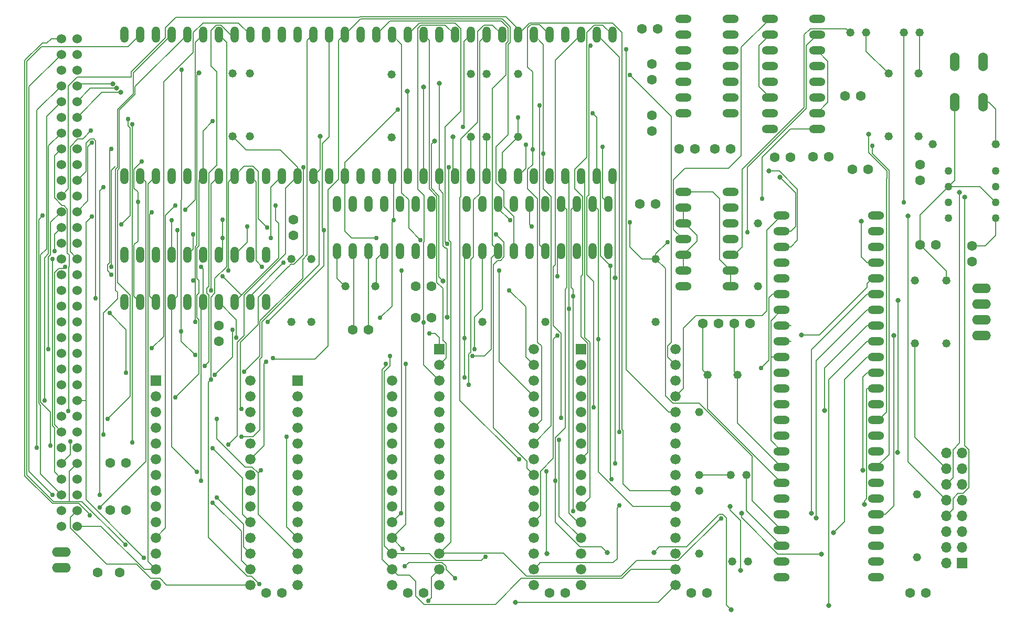
<source format=gbr>
G04 #@! TF.GenerationSoftware,KiCad,Pcbnew,(5.1.5-0-10_14)*
G04 #@! TF.CreationDate,2020-03-17T19:24:24+00:00*
G04 #@! TF.ProjectId,rosco_m68k,726f7363-6f5f-46d3-9638-6b2e6b696361,rev?*
G04 #@! TF.SameCoordinates,Original*
G04 #@! TF.FileFunction,Copper,L1,Top*
G04 #@! TF.FilePolarity,Positive*
%FSLAX46Y46*%
G04 Gerber Fmt 4.6, Leading zero omitted, Abs format (unit mm)*
G04 Created by KiCad (PCBNEW (5.1.5-0-10_14)) date 2020-03-17 19:24:24*
%MOMM*%
%LPD*%
G04 APERTURE LIST*
%ADD10O,1.700000X1.700000*%
%ADD11R,1.700000X1.700000*%
%ADD12C,1.600200*%
%ADD13C,1.320800*%
%ADD14O,2.641600X1.320800*%
%ADD15O,1.524000X3.048000*%
%ADD16O,1.320800X2.641600*%
%ADD17C,1.270000*%
%ADD18O,3.048000X1.524000*%
%ADD19C,1.524000*%
%ADD20C,1.676400*%
%ADD21R,1.676400X1.676400*%
%ADD22C,0.756400*%
%ADD23C,0.800000*%
%ADD24C,0.152400*%
G04 APERTURE END LIST*
D10*
X218360000Y-128620000D03*
X220900000Y-128620000D03*
X218360000Y-131160000D03*
X220900000Y-131160000D03*
X218360000Y-133700000D03*
X220900000Y-133700000D03*
X218360000Y-136240000D03*
X220900000Y-136240000D03*
X218360000Y-138780000D03*
X220900000Y-138780000D03*
X218360000Y-141320000D03*
X220900000Y-141320000D03*
X218360000Y-143860000D03*
X220900000Y-143860000D03*
X218360000Y-146400000D03*
D11*
X220900000Y-146400000D03*
D12*
X214122000Y-95021400D03*
X216662000Y-95021400D03*
D13*
X143510000Y-107500000D03*
X153670000Y-107500000D03*
X213296500Y-100761800D03*
X213296500Y-110921800D03*
X213600000Y-145480000D03*
X213600000Y-135320000D03*
D14*
X207020100Y-90283600D03*
X207020100Y-92823600D03*
X207020100Y-95363600D03*
X207020100Y-97903600D03*
X207020100Y-100443600D03*
X207020100Y-102983600D03*
X207020100Y-105523600D03*
X207020100Y-108063600D03*
X207020100Y-110603600D03*
X207020100Y-113143600D03*
X207020100Y-115683600D03*
X207020100Y-118223600D03*
X207020100Y-120763600D03*
X207020100Y-123303600D03*
X207020100Y-125843600D03*
X207020100Y-128383600D03*
X207020100Y-130923600D03*
X207020100Y-133463600D03*
X207020100Y-136003600D03*
X207020100Y-138543600D03*
X207020100Y-141083600D03*
X207020100Y-143623600D03*
X207020100Y-146163600D03*
X207020100Y-148703600D03*
X191780100Y-148703600D03*
X191780100Y-146163600D03*
X191780100Y-143623600D03*
X191780100Y-141083600D03*
X191780100Y-138543600D03*
X191780100Y-136003600D03*
X191780100Y-133463600D03*
X191780100Y-130923600D03*
X191780100Y-128383600D03*
X191780100Y-125843600D03*
X191780100Y-123303600D03*
X191780100Y-120763600D03*
X191780100Y-118223600D03*
X191780100Y-115683600D03*
X191780100Y-113143600D03*
X191780100Y-110603600D03*
X191780100Y-108063600D03*
X191780100Y-105523600D03*
X191780100Y-102983600D03*
X191780100Y-100443600D03*
X191780100Y-97903600D03*
X191780100Y-95363600D03*
X191780100Y-92823600D03*
X191780100Y-90283600D03*
D15*
X224260600Y-65498800D03*
X219739400Y-65498800D03*
X224260600Y-72001200D03*
X219739400Y-72001200D03*
D13*
X213830000Y-67360000D03*
X213830000Y-77520000D03*
D12*
X183525100Y-79488600D03*
X180985100Y-79488600D03*
X186700100Y-107746100D03*
X184160100Y-107746100D03*
X181620100Y-107746100D03*
X179080100Y-107746100D03*
X177810100Y-79488600D03*
X175270100Y-79488600D03*
X199352000Y-80822000D03*
X196812000Y-80822000D03*
X193177100Y-80885600D03*
X190637100Y-80885600D03*
X203162000Y-82854000D03*
X205702000Y-82854000D03*
X168920100Y-88378600D03*
X171460100Y-88378600D03*
X212530000Y-151200000D03*
X215070000Y-151200000D03*
X170825100Y-65836100D03*
X170825100Y-68376100D03*
X204520000Y-71000000D03*
X201980000Y-71000000D03*
X135265100Y-106793600D03*
X132725100Y-106793600D03*
X125105100Y-108698600D03*
X122565100Y-108698600D03*
X135265100Y-101713600D03*
X132725100Y-101713600D03*
X214084000Y-82092000D03*
X214084000Y-84632000D03*
X222478600Y-95186500D03*
X222478600Y-97726500D03*
X169237600Y-60121100D03*
X171777600Y-60121100D03*
X83500000Y-137900000D03*
X86040000Y-137900000D03*
X81470500Y-147929600D03*
X85026500Y-147929600D03*
X170825100Y-74091100D03*
X170825100Y-76631100D03*
X83500000Y-130250000D03*
X86040000Y-130250000D03*
X111135100Y-151243600D03*
X108595100Y-151243600D03*
X133995100Y-151243600D03*
X131455100Y-151243600D03*
X156855100Y-151243600D03*
X154315100Y-151243600D03*
X179715100Y-151243600D03*
X177175100Y-151243600D03*
D16*
X120025100Y-88378600D03*
X122565100Y-88378600D03*
X125105100Y-88378600D03*
X127645100Y-88378600D03*
X130185100Y-88378600D03*
X132725100Y-88378600D03*
X130185100Y-95998600D03*
X132725100Y-95998600D03*
X127645100Y-95998600D03*
X125105100Y-95998600D03*
X135265100Y-88378600D03*
X135265100Y-95998600D03*
X122565100Y-95998600D03*
X120025100Y-95998600D03*
D17*
X226276000Y-90728000D03*
X226276000Y-88188000D03*
X218656000Y-90728000D03*
X218656000Y-88188000D03*
X226276000Y-83108000D03*
X226276000Y-85648000D03*
X218656000Y-85648000D03*
X218656000Y-83108000D03*
D14*
X183525100Y-86473600D03*
X183525100Y-89013600D03*
X183525100Y-91553600D03*
X183525100Y-94093600D03*
X183525100Y-96633600D03*
X183525100Y-99173600D03*
X175905100Y-96633600D03*
X175905100Y-99173600D03*
X175905100Y-94093600D03*
X175905100Y-91553600D03*
X183525100Y-101713600D03*
X175905100Y-101713600D03*
X175905100Y-89013600D03*
X175905100Y-86473600D03*
D16*
X161935100Y-61073600D03*
X159395100Y-61073600D03*
X156855100Y-61073600D03*
X154315100Y-61073600D03*
X151775100Y-61073600D03*
X149235100Y-61073600D03*
X146695100Y-61073600D03*
X144155100Y-61073600D03*
X141615100Y-61073600D03*
X139075100Y-61073600D03*
X136535100Y-61073600D03*
X133995100Y-61073600D03*
X161935100Y-83933600D03*
X159395100Y-83933600D03*
X156855100Y-83933600D03*
X154315100Y-83933600D03*
X151775100Y-83933600D03*
X149235100Y-83933600D03*
X146695100Y-83933600D03*
X144155100Y-83933600D03*
X141615100Y-83933600D03*
X139075100Y-83933600D03*
X136535100Y-83933600D03*
X133995100Y-83933600D03*
X85735100Y-61073600D03*
X88275100Y-61073600D03*
X90815100Y-61073600D03*
X93355100Y-61073600D03*
X95895100Y-61073600D03*
X98435100Y-61073600D03*
X100975100Y-61073600D03*
X103515100Y-61073600D03*
X106055100Y-61073600D03*
X108595100Y-61073600D03*
X111135100Y-61073600D03*
X113675100Y-61073600D03*
X116215100Y-61073600D03*
X118755100Y-61073600D03*
X121295100Y-61073600D03*
X123835100Y-61073600D03*
X126375100Y-61073600D03*
X128915100Y-61073600D03*
X131455100Y-61073600D03*
X164475100Y-61073600D03*
X164475100Y-83933600D03*
X131455100Y-83933600D03*
X128915100Y-83933600D03*
X126375100Y-83933600D03*
X123835100Y-83933600D03*
X121295100Y-83933600D03*
X118755100Y-83933600D03*
X116215100Y-83933600D03*
X113675100Y-83933600D03*
X111135100Y-83933600D03*
X108595100Y-83933600D03*
X106055100Y-83933600D03*
X103515100Y-83933600D03*
X100975100Y-83933600D03*
X98435100Y-83933600D03*
X95895100Y-83933600D03*
X93355100Y-83933600D03*
X90815100Y-83933600D03*
X88275100Y-83933600D03*
X85735100Y-83933600D03*
X140980100Y-88378600D03*
X143520100Y-88378600D03*
X146060100Y-88378600D03*
X148600100Y-88378600D03*
X151140100Y-88378600D03*
X153680100Y-88378600D03*
X156220100Y-88378600D03*
X158760100Y-88378600D03*
X161300100Y-88378600D03*
X163840100Y-88378600D03*
X163840100Y-95998600D03*
X161300100Y-95998600D03*
X158760100Y-95998600D03*
X156220100Y-95998600D03*
X153680100Y-95998600D03*
X151140100Y-95998600D03*
X148600100Y-95998600D03*
X146060100Y-95998600D03*
X143520100Y-95998600D03*
X140980100Y-95998600D03*
D14*
X183525100Y-58533600D03*
X183525100Y-61073600D03*
X183525100Y-63613600D03*
X183525100Y-66153600D03*
X183525100Y-68693600D03*
X183525100Y-71233600D03*
X175905100Y-68693600D03*
X175905100Y-71233600D03*
X175905100Y-66153600D03*
X175905100Y-63613600D03*
X183525100Y-73773600D03*
X175905100Y-73773600D03*
X175905100Y-61073600D03*
X175905100Y-58533600D03*
X197495100Y-58533600D03*
X197495100Y-61073600D03*
X197495100Y-63613600D03*
X197495100Y-66153600D03*
X197495100Y-68693600D03*
X197495100Y-71233600D03*
X197495100Y-73773600D03*
X197495100Y-76313600D03*
X189875100Y-68693600D03*
X189875100Y-71233600D03*
X189875100Y-66153600D03*
X189875100Y-63613600D03*
X189875100Y-76313600D03*
X189875100Y-73773600D03*
X189875100Y-61073600D03*
X189875100Y-58533600D03*
D18*
X224040700Y-109664500D03*
X224040700Y-107124500D03*
X224040700Y-104584500D03*
X224040700Y-102044500D03*
X75600000Y-147170000D03*
X75600000Y-144630000D03*
D19*
X78115100Y-135368600D03*
X75575100Y-135368600D03*
X78115100Y-132828600D03*
X75575100Y-132828600D03*
X78115100Y-130288600D03*
X75575100Y-130288600D03*
X78115100Y-127748600D03*
X75575100Y-127748600D03*
X78115100Y-125208600D03*
X75575100Y-125208600D03*
X78115100Y-122668600D03*
X75575100Y-122668600D03*
X78115100Y-120128600D03*
X75575100Y-120128600D03*
X78115100Y-117588600D03*
X75575100Y-117588600D03*
X78115100Y-115048600D03*
X75575100Y-115048600D03*
X78115100Y-112508600D03*
X75575100Y-112508600D03*
X78115100Y-109968600D03*
X75575100Y-109968600D03*
X78115100Y-107428600D03*
X75575100Y-107428600D03*
X78115100Y-104888600D03*
X75575100Y-104888600D03*
X78115100Y-102348600D03*
X75575100Y-102348600D03*
X78115100Y-99808600D03*
X75575100Y-99808600D03*
X78115100Y-97268600D03*
X75575100Y-97268600D03*
X78115100Y-94728600D03*
X75575100Y-94728600D03*
X78115100Y-92188600D03*
X75575100Y-92188600D03*
X78115100Y-89648600D03*
X75575100Y-89648600D03*
X78115100Y-87108600D03*
X75575100Y-87108600D03*
X78115100Y-84568600D03*
X75575100Y-84568600D03*
X78115100Y-82028600D03*
X75575100Y-82028600D03*
X78115100Y-79488600D03*
X75575100Y-79488600D03*
X78115100Y-76948600D03*
X75575100Y-76948600D03*
X78115100Y-74408600D03*
X75575100Y-74408600D03*
X78115100Y-71868600D03*
X75575100Y-71868600D03*
X78115100Y-69328600D03*
X75575100Y-69328600D03*
X78115100Y-66788600D03*
X75575100Y-66788600D03*
X78115100Y-64248600D03*
X75575100Y-64248600D03*
X78115100Y-61708600D03*
X75575100Y-61708600D03*
X78115100Y-140448600D03*
X75575100Y-140448600D03*
X78115100Y-137908600D03*
X75575100Y-137908600D03*
D13*
X186065100Y-132193600D03*
X183525100Y-132193600D03*
X186382600Y-146163600D03*
X183842600Y-146163600D03*
X214005100Y-60692600D03*
X211465100Y-60692600D03*
X202892600Y-60692600D03*
X205432600Y-60692600D03*
X179842100Y-116001100D03*
X184668100Y-116001100D03*
X126248100Y-101713600D03*
X121422100Y-101713600D03*
X103238300Y-67348100D03*
X103238300Y-77508100D03*
X115897600Y-97268600D03*
X115897600Y-107428600D03*
X128841500Y-67462400D03*
X128841500Y-77622400D03*
X218363800Y-110921800D03*
X218363800Y-100761800D03*
X226276000Y-78790000D03*
X216116000Y-78790000D03*
X209000000Y-77520000D03*
X209000000Y-67360000D03*
X187970100Y-91553600D03*
X187970100Y-101713600D03*
X171460100Y-107428600D03*
X171460100Y-97268600D03*
X178445100Y-122033600D03*
X178445100Y-132193600D03*
X178445100Y-134733600D03*
X178445100Y-144893600D03*
X141615100Y-67423600D03*
X141615100Y-77583600D03*
X112722600Y-107428600D03*
X112722600Y-97268600D03*
X144155100Y-67423600D03*
X144155100Y-77583600D03*
X149235100Y-67423600D03*
X149235100Y-77583600D03*
X105981500Y-67348100D03*
X105981500Y-77508100D03*
D20*
X106055100Y-116953600D03*
X106055100Y-119493600D03*
X106055100Y-122033600D03*
X106055100Y-124573600D03*
X106055100Y-127113600D03*
X106055100Y-129653600D03*
X106055100Y-132193600D03*
X106055100Y-134733600D03*
X106055100Y-137273600D03*
X106055100Y-139813600D03*
X106055100Y-142353600D03*
X106055100Y-144893600D03*
X106055100Y-147433600D03*
X106055100Y-149973600D03*
X90815100Y-149973600D03*
X90815100Y-147433600D03*
X90815100Y-144893600D03*
X90815100Y-142353600D03*
X90815100Y-139813600D03*
X90815100Y-137273600D03*
X90815100Y-134733600D03*
X90815100Y-132193600D03*
X90815100Y-129653600D03*
X90815100Y-127113600D03*
X90815100Y-124573600D03*
X90815100Y-122033600D03*
X90815100Y-119493600D03*
D21*
X90815100Y-116953600D03*
D20*
X128915100Y-116953600D03*
X128915100Y-119493600D03*
X128915100Y-122033600D03*
X128915100Y-124573600D03*
X128915100Y-127113600D03*
X128915100Y-129653600D03*
X128915100Y-132193600D03*
X128915100Y-134733600D03*
X128915100Y-137273600D03*
X128915100Y-139813600D03*
X128915100Y-142353600D03*
X128915100Y-144893600D03*
X128915100Y-147433600D03*
X128915100Y-149973600D03*
X113675100Y-149973600D03*
X113675100Y-147433600D03*
X113675100Y-144893600D03*
X113675100Y-142353600D03*
X113675100Y-139813600D03*
X113675100Y-137273600D03*
X113675100Y-134733600D03*
X113675100Y-132193600D03*
X113675100Y-129653600D03*
X113675100Y-127113600D03*
X113675100Y-124573600D03*
X113675100Y-122033600D03*
X113675100Y-119493600D03*
D21*
X113675100Y-116953600D03*
D20*
X151775100Y-111873600D03*
X151775100Y-114413600D03*
X151775100Y-116953600D03*
X151775100Y-119493600D03*
X151775100Y-122033600D03*
X151775100Y-124573600D03*
X151775100Y-127113600D03*
X151775100Y-129653600D03*
X151775100Y-132193600D03*
X151775100Y-134733600D03*
X151775100Y-137273600D03*
X151775100Y-139813600D03*
X151775100Y-142353600D03*
X151775100Y-144893600D03*
X151775100Y-147433600D03*
X151775100Y-149973600D03*
X136535100Y-149973600D03*
X136535100Y-147433600D03*
X136535100Y-144893600D03*
X136535100Y-142353600D03*
X136535100Y-139813600D03*
X136535100Y-137273600D03*
X136535100Y-134733600D03*
X136535100Y-132193600D03*
X136535100Y-129653600D03*
X136535100Y-127113600D03*
X136535100Y-124573600D03*
X136535100Y-122033600D03*
X136535100Y-119493600D03*
X136535100Y-116953600D03*
X136535100Y-114413600D03*
D21*
X136535100Y-111873600D03*
D20*
X174635100Y-111873600D03*
X174635100Y-114413600D03*
X174635100Y-116953600D03*
X174635100Y-119493600D03*
X174635100Y-122033600D03*
X174635100Y-124573600D03*
X174635100Y-127113600D03*
X174635100Y-129653600D03*
X174635100Y-132193600D03*
X174635100Y-134733600D03*
X174635100Y-137273600D03*
X174635100Y-139813600D03*
X174635100Y-142353600D03*
X174635100Y-144893600D03*
X174635100Y-147433600D03*
X174635100Y-149973600D03*
X159395100Y-149973600D03*
X159395100Y-147433600D03*
X159395100Y-144893600D03*
X159395100Y-142353600D03*
X159395100Y-139813600D03*
X159395100Y-137273600D03*
X159395100Y-134733600D03*
X159395100Y-132193600D03*
X159395100Y-129653600D03*
X159395100Y-127113600D03*
X159395100Y-124573600D03*
X159395100Y-122033600D03*
X159395100Y-119493600D03*
X159395100Y-116953600D03*
X159395100Y-114413600D03*
D21*
X159395100Y-111873600D03*
D16*
X85735100Y-96633600D03*
X88275100Y-96633600D03*
X90815100Y-96633600D03*
X93355100Y-96633600D03*
X95895100Y-96633600D03*
X98435100Y-96633600D03*
X100975100Y-96633600D03*
X103515100Y-96633600D03*
X106055100Y-96633600D03*
X108595100Y-96633600D03*
X108595100Y-104253600D03*
X106055100Y-104253600D03*
X103515100Y-104253600D03*
X100975100Y-104253600D03*
X98435100Y-104253600D03*
X95895100Y-104253600D03*
X93355100Y-104253600D03*
X90815100Y-104253600D03*
X88275100Y-104253600D03*
X85735100Y-104253600D03*
D12*
X100975100Y-108063600D03*
X100975100Y-110603600D03*
X113040100Y-93458600D03*
X113040100Y-90918600D03*
D22*
X206385100Y-79012350D03*
X80352900Y-76581000D03*
X85258850Y-91712350D03*
X86370100Y-74726100D03*
X149235100Y-74408600D03*
X101610100Y-90918600D03*
X74146350Y-97268600D03*
X101610100Y-93934850D03*
X102562600Y-127272350D03*
X77003850Y-126796100D03*
X104626350Y-126002350D03*
D23*
X117335300Y-77495400D03*
D22*
X173365100Y-94569850D03*
X129232600Y-91077350D03*
X167332600Y-91394850D03*
X127010100Y-106793600D03*
X104626350Y-121557350D03*
X114627600Y-82504850D03*
D23*
X138772900Y-77584300D03*
D22*
X126375100Y-93934850D03*
X129867600Y-73138600D03*
X102562600Y-99173600D03*
X108753850Y-92188600D03*
X99705100Y-102348600D03*
X155585100Y-100126000D03*
X188605100Y-87584850D03*
X93990100Y-119652350D03*
X162887600Y-79171100D03*
X100022600Y-75043600D03*
X109388850Y-93934850D03*
X76210100Y-98538600D03*
X90180100Y-89807350D03*
X150505100Y-78853600D03*
X80496350Y-78536100D03*
X87957600Y-88061100D03*
X88592600Y-81552350D03*
X81131350Y-103618600D03*
X97482600Y-131717350D03*
X94307600Y-92664850D03*
D23*
X221335600Y-87299800D03*
D22*
X98117600Y-133146100D03*
X155267600Y-133146100D03*
X83671350Y-98538600D03*
X98117600Y-98538600D03*
D23*
X163626800Y-144729200D03*
X171157900Y-144716500D03*
X183629300Y-153930300D03*
D22*
X158125100Y-138067350D03*
X158125100Y-103301100D03*
D23*
X185318400Y-138341100D03*
X198196200Y-144932400D03*
D22*
X103832600Y-109968600D03*
X162252600Y-110286100D03*
D23*
X183464200Y-137299700D03*
X185115200Y-147574000D03*
D22*
X110182600Y-88696100D03*
X151457600Y-92029850D03*
X83671350Y-79488600D03*
X83671350Y-99808600D03*
X101610100Y-100126100D03*
D23*
X212153500Y-90398600D03*
X220484700Y-86575900D03*
X209880200Y-109677200D03*
D22*
X211518500Y-88176100D03*
D23*
X205854300Y-77152500D03*
D22*
X100657600Y-135844850D03*
D23*
X197345300Y-139115800D03*
D22*
X85893850Y-143464850D03*
D23*
X196570600Y-138404600D03*
D22*
X155585100Y-109651100D03*
X100022600Y-127907350D03*
D23*
X194983100Y-109588300D03*
D22*
X82401350Y-125684850D03*
X111928850Y-126002350D03*
X155902600Y-126478600D03*
X83036350Y-123144850D03*
X100657600Y-123144850D03*
X153838850Y-131558600D03*
X107801350Y-131399850D03*
D23*
X153936700Y-144894300D03*
D22*
X95577600Y-89331100D03*
X80496350Y-90442350D03*
X88910100Y-145528600D03*
X139075100Y-148862350D03*
X130978850Y-146957350D03*
X99705100Y-116794850D03*
X107483850Y-149814850D03*
D23*
X148805900Y-152768300D03*
D22*
X98752600Y-114572350D03*
X127962600Y-114254850D03*
X143996350Y-145369850D03*
X90180100Y-111714850D03*
X128597600Y-112984850D03*
X130661350Y-144099850D03*
X94942600Y-109016100D03*
X131137600Y-114254850D03*
X97165100Y-112826100D03*
X94983300Y-66713100D03*
X130343850Y-138384850D03*
X97165100Y-107428600D03*
X130502600Y-99173600D03*
X96847600Y-100761100D03*
D23*
X97793700Y-67221100D03*
D22*
X93990100Y-88696100D03*
D23*
X205105000Y-136949810D03*
D22*
X138122600Y-82504850D03*
D23*
X204842090Y-131419678D03*
D22*
X182016400Y-139179300D03*
X134788850Y-152513600D03*
D23*
X200114000Y-141528000D03*
D22*
X81766350Y-137432350D03*
D23*
X199390000Y-153301700D03*
D22*
X82401350Y-85679850D03*
X81766350Y-135368600D03*
X100022600Y-136638600D03*
X165633400Y-137121900D03*
D23*
X198723400Y-121805700D03*
D22*
X87005100Y-75519850D03*
X87005100Y-126954850D03*
X165586350Y-125208600D03*
X72876350Y-120128600D03*
X156220100Y-122986100D03*
X76686350Y-121874850D03*
X160982600Y-62819850D03*
X161458850Y-121239850D03*
X151616350Y-79647350D03*
X153362600Y-80282350D03*
X73511350Y-111873600D03*
X108595100Y-113937350D03*
X149393850Y-129653600D03*
X74463850Y-95998600D03*
X141297600Y-117588600D03*
X166697600Y-63454850D03*
X140345100Y-75996100D03*
X133995100Y-107587350D03*
X147806350Y-102348600D03*
X167332600Y-67582350D03*
X83353850Y-105999850D03*
X86052600Y-115683600D03*
X164157600Y-98379850D03*
X161300100Y-73773600D03*
X164316350Y-132828600D03*
X74146350Y-135368600D03*
D23*
X189700000Y-83108000D03*
D22*
X157490100Y-105364850D03*
X80178850Y-138702350D03*
D23*
X191478000Y-84124000D03*
D22*
X152727600Y-72503600D03*
X105102600Y-115524850D03*
X117961350Y-92664850D03*
X100340100Y-116001100D03*
X103197600Y-108698600D03*
X108912600Y-107428600D03*
X109706350Y-113302350D03*
X141932600Y-112984850D03*
X133518850Y-94252350D03*
X134947600Y-109333600D03*
X142240000Y-111841850D03*
X140662600Y-116477350D03*
X137805100Y-94887350D03*
X140662600Y-110127350D03*
X73828850Y-127431100D03*
X188446350Y-114889850D03*
X71606350Y-127748600D03*
X164951350Y-130288600D03*
D23*
X164957750Y-100380000D03*
D22*
X93355100Y-91077350D03*
X72558850Y-90283600D03*
X146218850Y-99173600D03*
X107960100Y-98538600D03*
X105578850Y-92029850D03*
X147965100Y-91077350D03*
D23*
X204597000Y-91198700D03*
D22*
X186223850Y-92982350D03*
X111452600Y-97903600D03*
X96847600Y-93299850D03*
X145742600Y-93299850D03*
D23*
X137811500Y-106680000D03*
X136525000Y-68948300D03*
X83896200Y-68986400D03*
X134010400Y-69576900D03*
X84488052Y-69732577D03*
X131432300Y-70205500D03*
X85161503Y-70406026D03*
X135813800Y-78225000D03*
X137182900Y-100863400D03*
X210515200Y-103955900D03*
X210508800Y-128587500D03*
D24*
X141615100Y-77583600D02*
X141615100Y-83933600D01*
X209083850Y-128859850D02*
X207020100Y-130923600D01*
X209083850Y-82981100D02*
X209083850Y-128859850D01*
X206385100Y-80282350D02*
X209083850Y-82981100D01*
X206385100Y-79012350D02*
X206385100Y-80282350D01*
X77003850Y-96157350D02*
X78115100Y-97268600D01*
X77003850Y-79171100D02*
X77003850Y-96157350D01*
X78235750Y-77939200D02*
X77003850Y-79171100D01*
X79029500Y-77939200D02*
X78235750Y-77939200D01*
X80352900Y-76581000D02*
X79029500Y-77939200D01*
X144155100Y-83933600D02*
X144155100Y-77583600D01*
X86687600Y-90283600D02*
X85258850Y-91712350D01*
X86687600Y-76154850D02*
X86687600Y-90283600D01*
X86370100Y-75837350D02*
X86687600Y-76154850D01*
X86370100Y-74726100D02*
X86370100Y-75837350D01*
X149235100Y-77583600D02*
X149235100Y-74408600D01*
X146695100Y-83933600D02*
X146695100Y-80123600D01*
X146695100Y-80123600D02*
X149235100Y-77583600D01*
X101610100Y-95998600D02*
X100975100Y-96633600D01*
X101610100Y-90918600D02*
X101610100Y-93934850D01*
X101610100Y-93934850D02*
X101610100Y-95998600D01*
X74463850Y-131717350D02*
X75575100Y-132828600D01*
X74463850Y-124573600D02*
X74463850Y-131717350D01*
X74146350Y-124256100D02*
X74463850Y-124573600D01*
X74146350Y-97268600D02*
X74146350Y-124256100D01*
X103991350Y-125843600D02*
X102562600Y-127272350D01*
X103991350Y-110762350D02*
X103991350Y-125843600D01*
X105102600Y-109651100D02*
X103991350Y-110762350D01*
X105102600Y-103142350D02*
X105102600Y-109651100D01*
X111770100Y-96474850D02*
X105102600Y-103142350D01*
X111770100Y-85838600D02*
X111770100Y-96474850D01*
X113675100Y-83933600D02*
X111770100Y-85838600D01*
X113675100Y-83933600D02*
X113675100Y-83273200D01*
X113675100Y-82460400D02*
X110869100Y-79654400D01*
X113675100Y-83933600D02*
X113675100Y-82460400D01*
X105384600Y-79654400D02*
X103238300Y-77508100D01*
X110869100Y-79654400D02*
X105384600Y-79654400D01*
X77003850Y-128859850D02*
X75575100Y-130288600D01*
X77003850Y-126796100D02*
X77003850Y-128859850D01*
X117167600Y-84886100D02*
X116215100Y-83933600D01*
X107960100Y-107428600D02*
X117167600Y-98221100D01*
X117167600Y-98221100D02*
X117167600Y-84886100D01*
X107960100Y-113143600D02*
X107642600Y-113461100D01*
X107960100Y-113143600D02*
X107960100Y-107428600D01*
X107642600Y-113461100D02*
X107642600Y-124891100D01*
X107642600Y-124891100D02*
X106486900Y-126046800D01*
X104670800Y-126046800D02*
X104626350Y-126002350D01*
X106486900Y-126046800D02*
X104670800Y-126046800D01*
X117342350Y-77742350D02*
X117373400Y-77711300D01*
X117326350Y-77742350D02*
X117342350Y-77742350D01*
X117335300Y-82813400D02*
X117335300Y-77495400D01*
X116215100Y-83933600D02*
X117335300Y-82813400D01*
X187017600Y-136321100D02*
X191780100Y-141083600D01*
X187017600Y-129132157D02*
X187017600Y-136321100D01*
X171460100Y-96474850D02*
X173365100Y-94569850D01*
X171460100Y-97268600D02*
X171460100Y-96474850D01*
X129232600Y-84251100D02*
X128915100Y-83933600D01*
X129232600Y-91077350D02*
X129232600Y-84251100D01*
X185271350Y-63137350D02*
X189875100Y-58533600D01*
X128915100Y-104888600D02*
X127010100Y-106793600D01*
X128915100Y-91394850D02*
X128915100Y-104888600D01*
X129232600Y-91077350D02*
X128915100Y-91394850D01*
X173060300Y-98868800D02*
X173060300Y-119427488D01*
X173060300Y-119427488D02*
X174193212Y-120560400D01*
X174193212Y-120560400D02*
X178445843Y-120560400D01*
X178445843Y-120560400D02*
X187017600Y-129132157D01*
X171460100Y-97268600D02*
X173060300Y-98868800D01*
X171460100Y-97268600D02*
X169237600Y-97268600D01*
X169237600Y-97268600D02*
X167332600Y-95363600D01*
X167332600Y-95363600D02*
X167332600Y-91394850D01*
X174355700Y-92544200D02*
X174355700Y-84530500D01*
X175905100Y-94093600D02*
X174355700Y-92544200D01*
X174355700Y-84530500D02*
X176222600Y-82663600D01*
X176222600Y-82663600D02*
X183207600Y-82663600D01*
X183207600Y-82663600D02*
X185271350Y-80599850D01*
X185271350Y-80599850D02*
X185271350Y-63137350D01*
X138757600Y-77583600D02*
X138757600Y-83616100D01*
X138757600Y-83616100D02*
X139075100Y-83933600D01*
X104467600Y-121398600D02*
X104626350Y-121557350D01*
X104467600Y-110762350D02*
X104467600Y-121398600D01*
X107325100Y-107904850D02*
X104467600Y-110762350D01*
X107325100Y-103459850D02*
X107325100Y-107904850D01*
X112246350Y-98538600D02*
X112166975Y-98617975D01*
X112166975Y-98617975D02*
X107325100Y-103459850D01*
X114627600Y-82504850D02*
X114627600Y-93458600D01*
X114627600Y-93458600D02*
X114627600Y-93617350D01*
X113090837Y-98157600D02*
X112627350Y-98157600D01*
X112627350Y-98157600D02*
X112246350Y-98538600D01*
X114627600Y-93617350D02*
X114627600Y-96620838D01*
X114627600Y-96620838D02*
X113090837Y-98157600D01*
X138772200Y-77583600D02*
X138772900Y-77584300D01*
X138757600Y-77583600D02*
X138772200Y-77583600D01*
X121295100Y-92823600D02*
X121295100Y-83933600D01*
X121295100Y-81711100D02*
X129867600Y-73138600D01*
X121295100Y-83933600D02*
X121295100Y-81711100D01*
X126375100Y-93934850D02*
X122406350Y-93934850D01*
X122406350Y-93934850D02*
X121295100Y-92823600D01*
X102562600Y-84886100D02*
X103515100Y-83933600D01*
X102562600Y-99173600D02*
X102562600Y-84886100D01*
X107325100Y-90759850D02*
X108753850Y-92188600D01*
X107325100Y-83139850D02*
X107325100Y-90759850D01*
X107325100Y-83139850D02*
X106531350Y-82346100D01*
X106531350Y-82346100D02*
X105102600Y-82346100D01*
X105102600Y-82346100D02*
X103515100Y-83933600D01*
X99705100Y-85203600D02*
X100975100Y-83933600D01*
X99705100Y-102348600D02*
X99705100Y-85203600D01*
X155585100Y-100126000D02*
X155585100Y-96633600D01*
X155585100Y-96633600D02*
X156220100Y-95998600D01*
X97800100Y-84568600D02*
X98435100Y-83933600D01*
X97800100Y-95204850D02*
X97800100Y-84568600D01*
X97482600Y-95522350D02*
X97800100Y-95204850D01*
X97482600Y-100443600D02*
X97482600Y-95522350D01*
X97800100Y-100761100D02*
X97482600Y-100443600D01*
X97800100Y-102824850D02*
X97800100Y-100761100D01*
X97482600Y-103142350D02*
X97800100Y-102824850D01*
X97482600Y-106793600D02*
X97482600Y-103142350D01*
X97800100Y-107111100D02*
X97482600Y-106793600D01*
X97800100Y-115842350D02*
X97800100Y-107111100D01*
X93990100Y-119652350D02*
X97800100Y-115842350D01*
X162887600Y-87426100D02*
X163840100Y-88378600D01*
X162887600Y-79171100D02*
X162887600Y-87426100D01*
X98435100Y-76631100D02*
X100022600Y-75043600D01*
X98435100Y-83933600D02*
X98435100Y-76631100D01*
X193192400Y-76313600D02*
X197495100Y-76313600D01*
X188605100Y-80900900D02*
X193192400Y-76313600D01*
X188605100Y-87584850D02*
X188605100Y-80900900D01*
X109388850Y-85679850D02*
X111135100Y-83933600D01*
X109388850Y-93934850D02*
X109388850Y-85679850D01*
X74463850Y-124097350D02*
X75575100Y-125208600D01*
X76210100Y-98538600D02*
X75930700Y-98818000D01*
X75930700Y-98818000D02*
X75164775Y-98818000D01*
X75164775Y-98818000D02*
X74463850Y-99518925D01*
X74463850Y-99518925D02*
X74463850Y-124097350D01*
X89862600Y-103301100D02*
X90815100Y-104253600D01*
X89862600Y-90124850D02*
X89862600Y-103301100D01*
X90180100Y-89807350D02*
X89862600Y-90124850D01*
X150505100Y-82663600D02*
X149235100Y-83933600D01*
X150505100Y-78853600D02*
X150505100Y-82663600D01*
X79861350Y-79171100D02*
X80496350Y-78536100D01*
X79861350Y-87902350D02*
X79861350Y-79171100D01*
X78115100Y-89648600D02*
X79861350Y-87902350D01*
X88275100Y-104253600D02*
X87322600Y-103301100D01*
X88592600Y-81552350D02*
X87322600Y-82822350D01*
X87322600Y-103301100D02*
X87322600Y-95046100D01*
X87322600Y-95046100D02*
X87957600Y-94411100D01*
X87957600Y-94411100D02*
X87957600Y-88061100D01*
X87322600Y-82822350D02*
X87322600Y-85838600D01*
X87322600Y-85838600D02*
X87957600Y-86473600D01*
X87957600Y-86473600D02*
X87957600Y-88061100D01*
X81131350Y-78218600D02*
X81131350Y-103618600D01*
X80813850Y-77901100D02*
X81131350Y-78218600D01*
X80245000Y-77929300D02*
X80785650Y-77929300D01*
X80785650Y-77929300D02*
X80813850Y-77901100D01*
X79556550Y-83127150D02*
X79556550Y-78617750D01*
X79556550Y-78617750D02*
X80245000Y-77929300D01*
X78115100Y-84568600D02*
X79556550Y-83127150D01*
X93355100Y-127589850D02*
X93355100Y-104253600D01*
X97482600Y-131717350D02*
X93355100Y-127589850D01*
X94307600Y-103301100D02*
X94307600Y-92664850D01*
X93355100Y-104253600D02*
X94307600Y-103301100D01*
X219209999Y-137930001D02*
X218360000Y-138780000D01*
X219438601Y-137701399D02*
X219209999Y-137930001D01*
X219438601Y-135970899D02*
X219438601Y-137701399D01*
X220248101Y-135161399D02*
X219438601Y-135970899D01*
X221034931Y-135161399D02*
X220248101Y-135161399D01*
X221978601Y-134217729D02*
X221034931Y-135161399D01*
X221978601Y-128102271D02*
X221978601Y-134217729D01*
X221335600Y-127459270D02*
X221978601Y-128102271D01*
X221335600Y-87299800D02*
X221335600Y-127459270D01*
X98117600Y-104571100D02*
X98435100Y-104253600D01*
X98117600Y-133146100D02*
X98117600Y-104571100D01*
X157172600Y-89331100D02*
X156220100Y-88378600D01*
X157172600Y-101872350D02*
X157172600Y-89331100D01*
X156855100Y-102189850D02*
X157172600Y-101872350D01*
X156855100Y-124573600D02*
X156855100Y-102189850D01*
X155267600Y-126161100D02*
X156855100Y-124573600D01*
X155267600Y-133146100D02*
X155267600Y-126161100D01*
X83671350Y-82981100D02*
X84306350Y-82346100D01*
X83671350Y-98538600D02*
X83671350Y-82981100D01*
X98435100Y-98856100D02*
X98117600Y-98538600D01*
X98435100Y-104253600D02*
X98435100Y-98856100D01*
X159289433Y-143826799D02*
X162724399Y-143826799D01*
X155267600Y-139804966D02*
X159289433Y-143826799D01*
X162724399Y-143826799D02*
X163626800Y-144729200D01*
X155267600Y-133146100D02*
X155267600Y-139804966D01*
X181725135Y-138572499D02*
X182307665Y-138572499D01*
X172047601Y-143826799D02*
X176470835Y-143826799D01*
X182307665Y-138572499D02*
X182905400Y-139170234D01*
X176470835Y-143826799D02*
X181725135Y-138572499D01*
X171157900Y-144716500D02*
X172047601Y-143826799D01*
X182905400Y-139170234D02*
X182905400Y-149288500D01*
X182905400Y-153206400D02*
X183629300Y-153930300D01*
X182905400Y-149288500D02*
X182905400Y-153206400D01*
X157807600Y-89331100D02*
X158760100Y-88378600D01*
X157807600Y-101872350D02*
X157807600Y-89331100D01*
X158125100Y-102189850D02*
X157807600Y-101872350D01*
X158125100Y-138067350D02*
X158125100Y-103301100D01*
X158125100Y-103301100D02*
X158125100Y-102189850D01*
X191171251Y-144932400D02*
X198196200Y-144932400D01*
X185318400Y-139079549D02*
X191171251Y-144932400D01*
X185318400Y-138341100D02*
X185318400Y-139079549D01*
X162252600Y-89331100D02*
X161300100Y-88378600D01*
X162252600Y-131717350D02*
X162252600Y-110286100D01*
X162252600Y-110286100D02*
X162252600Y-89331100D01*
X167808850Y-137273600D02*
X162252600Y-131717350D01*
X174635100Y-137273600D02*
X167808850Y-137273600D01*
X103832600Y-107111100D02*
X100975100Y-104253600D01*
X103832600Y-109968600D02*
X103832600Y-107111100D01*
X185115200Y-147574000D02*
X185115200Y-139516385D01*
X183464200Y-137865385D02*
X183464200Y-137299700D01*
X185115200Y-139516385D02*
X183464200Y-137865385D01*
X110658850Y-97109850D02*
X104626350Y-103142350D01*
X104626350Y-103142350D02*
X103515100Y-104253600D01*
X110658850Y-91553600D02*
X110658850Y-97109850D01*
X110182600Y-91077350D02*
X110658850Y-91553600D01*
X110182600Y-88696100D02*
X110182600Y-91077350D01*
X151140100Y-91712350D02*
X151457600Y-92029850D01*
X151140100Y-88378600D02*
X151140100Y-91712350D01*
X83353850Y-79806100D02*
X83671350Y-79488600D01*
X83353850Y-97903600D02*
X83353850Y-79806100D01*
X83036350Y-98221100D02*
X83353850Y-97903600D01*
X83036350Y-99173600D02*
X83036350Y-98221100D01*
X83671350Y-99808600D02*
X83036350Y-99173600D01*
X104626350Y-103142350D02*
X101610100Y-100126100D01*
X217281399Y-135161399D02*
X217266899Y-135161399D01*
X218360000Y-136240000D02*
X217281399Y-135161399D01*
X212153500Y-130048000D02*
X212153500Y-90398600D01*
X217266899Y-135161399D02*
X212153500Y-130048000D01*
X219438601Y-132621399D02*
X219209999Y-132850001D01*
X219209999Y-132850001D02*
X218360000Y-133700000D01*
X219438601Y-128102271D02*
X219438601Y-132621399D01*
X220484700Y-127056172D02*
X219438601Y-128102271D01*
X220484700Y-86575900D02*
X220484700Y-127056172D01*
X208493300Y-138543600D02*
X207020100Y-138543600D01*
X209880200Y-137156700D02*
X208493300Y-138543600D01*
X209880200Y-109677200D02*
X209880200Y-137156700D01*
X186065100Y-137908600D02*
X191780100Y-143623600D01*
X186065100Y-132193600D02*
X186065100Y-137908600D01*
X191780100Y-133463600D02*
X179842100Y-121525600D01*
X179080100Y-107746100D02*
X179080100Y-115239100D01*
X179080100Y-115239100D02*
X179842100Y-116001100D01*
X179842100Y-121525600D02*
X179842100Y-116001100D01*
X184160100Y-107746100D02*
X184160100Y-115493100D01*
X184160100Y-115493100D02*
X184668100Y-116001100D01*
X184668100Y-123811600D02*
X184668100Y-116001100D01*
X191780100Y-130923600D02*
X184668100Y-123811600D01*
X191780100Y-128383600D02*
X190033850Y-126637350D01*
X190033850Y-107269850D02*
X191780100Y-105523600D01*
X190033850Y-126637350D02*
X190033850Y-113143600D01*
X190033850Y-113143600D02*
X190033850Y-107269850D01*
X191780100Y-113143600D02*
X190033850Y-113143600D01*
X183525100Y-132193600D02*
X178445100Y-132193600D01*
X199241350Y-72027350D02*
X197495100Y-73773600D01*
X199241350Y-65359850D02*
X199241350Y-72027350D01*
X197495100Y-63613600D02*
X199241350Y-65359850D01*
X188128850Y-69487350D02*
X189875100Y-71233600D01*
X188128850Y-62819850D02*
X188128850Y-69487350D01*
X189875100Y-61073600D02*
X188128850Y-62819850D01*
X120025100Y-100443600D02*
X121295100Y-101713600D01*
X120025100Y-95998600D02*
X120025100Y-100443600D01*
X121295100Y-101713600D02*
X121422100Y-101713600D01*
X126375100Y-97268600D02*
X127645100Y-95998600D01*
X126375100Y-101713600D02*
X126375100Y-97268600D01*
X126375100Y-101713600D02*
X126248100Y-101713600D01*
X125105100Y-108698600D02*
X125105100Y-95998600D01*
X122723850Y-96157350D02*
X122565100Y-95998600D01*
X122723850Y-108539850D02*
X122723850Y-96157350D01*
X122565100Y-108698600D02*
X122723850Y-108539850D01*
X226276000Y-90728000D02*
X226276000Y-93510000D01*
X224599500Y-95186500D02*
X222478600Y-95186500D01*
X226276000Y-93510000D02*
X224599500Y-95186500D01*
X223736000Y-85648000D02*
X226276000Y-88188000D01*
X218656000Y-85648000D02*
X223736000Y-85648000D01*
X219739400Y-84564600D02*
X218656000Y-85648000D01*
X219739400Y-81931700D02*
X219739400Y-84564600D01*
X219739400Y-72001200D02*
X219739400Y-81931700D01*
X219739400Y-81931700D02*
X219739400Y-82071400D01*
X218363800Y-99263200D02*
X218363800Y-100761800D01*
X214122000Y-95021400D02*
X218363800Y-99263200D01*
X214122000Y-90182000D02*
X218656000Y-85648000D01*
X214122000Y-95021400D02*
X214122000Y-90182000D01*
X175905100Y-96633600D02*
X175905100Y-99173600D01*
X175905100Y-89013600D02*
X175905100Y-91553600D01*
X175905100Y-91553600D02*
X176222600Y-91553600D01*
X176222600Y-91553600D02*
X178127600Y-93458600D01*
X178127600Y-93458600D02*
X178127600Y-94411100D01*
X178127600Y-94411100D02*
X175905100Y-96633600D01*
X211465100Y-87108600D02*
X211465100Y-60692600D01*
X211518500Y-88176100D02*
X211465100Y-87108600D01*
X202730800Y-60692600D02*
X202892600Y-60692600D01*
X195431350Y-61073600D02*
X196383850Y-60121100D01*
X202159300Y-60121100D02*
X202730800Y-60692600D01*
X195431350Y-72821100D02*
X195431350Y-61073600D01*
X196383850Y-60121100D02*
X202159300Y-60121100D01*
X185430100Y-82822350D02*
X195431350Y-72821100D01*
X185430100Y-95363600D02*
X185430100Y-82822350D01*
X184160100Y-96633600D02*
X185430100Y-95363600D01*
X183525100Y-96633600D02*
X184160100Y-96633600D01*
X226276000Y-77856054D02*
X226276000Y-78790000D01*
X226276000Y-73102200D02*
X226276000Y-77856054D01*
X225175000Y-72001200D02*
X226276000Y-73102200D01*
X224260600Y-72001200D02*
X225175000Y-72001200D01*
X214005100Y-67184900D02*
X213830000Y-67360000D01*
X214005100Y-60692600D02*
X214005100Y-67184900D01*
X205432600Y-63792600D02*
X205432600Y-60692600D01*
X209000000Y-67360000D02*
X205432600Y-63792600D01*
X207020100Y-123303600D02*
X207429800Y-123303600D01*
X207429800Y-123303600D02*
X208711800Y-122021600D01*
X208711800Y-84295120D02*
X208737200Y-84269720D01*
X208737200Y-84269720D02*
X208737200Y-83065516D01*
X208711800Y-122021600D02*
X208711800Y-84295120D01*
X205778299Y-80106615D02*
X205778299Y-77228501D01*
X205778299Y-77228501D02*
X205854300Y-77152500D01*
X208737200Y-83065516D02*
X205778299Y-80106615D01*
X193253300Y-110603600D02*
X191780100Y-110603600D01*
X193253300Y-108063600D02*
X191780100Y-108063600D01*
X104943850Y-140131100D02*
X100657600Y-135844850D01*
X104943850Y-143782350D02*
X104943850Y-140131100D01*
X106055100Y-144893600D02*
X104943850Y-143782350D01*
X205546900Y-105523600D02*
X207020100Y-105523600D01*
X197345300Y-113725200D02*
X205546900Y-105523600D01*
X197345300Y-139115800D02*
X197345300Y-113725200D01*
X86370100Y-62978600D02*
X88275100Y-61073600D01*
X74305100Y-136479850D02*
X70018850Y-132193600D01*
X78908850Y-136479850D02*
X76845100Y-136479850D01*
X76845100Y-136479850D02*
X74305100Y-136479850D01*
X70018850Y-132193600D02*
X70018850Y-65359850D01*
X70018850Y-65359850D02*
X72400100Y-62978600D01*
X72400100Y-62978600D02*
X86370100Y-62978600D01*
X78908850Y-136479850D02*
X85893850Y-143464850D01*
X78115100Y-130288600D02*
X76845100Y-131558600D01*
X76845100Y-131558600D02*
X76845100Y-136479850D01*
X205546900Y-102983600D02*
X207020100Y-102983600D01*
X196570600Y-111959900D02*
X205546900Y-102983600D01*
X196570600Y-138404600D02*
X196570600Y-111959900D01*
X154950100Y-110286100D02*
X155585100Y-109651100D01*
X154950100Y-129494850D02*
X154950100Y-110286100D01*
X152886350Y-131558600D02*
X154950100Y-129494850D01*
X152886350Y-138702350D02*
X152886350Y-131558600D01*
X151775100Y-139813600D02*
X152886350Y-138702350D01*
X104785100Y-132669850D02*
X100022600Y-127907350D01*
X104785100Y-138543600D02*
X104785100Y-132669850D01*
X106055100Y-139813600D02*
X104785100Y-138543600D01*
X206359700Y-100443600D02*
X207020100Y-100443600D01*
X205546900Y-101916800D02*
X205546900Y-101256400D01*
X197875400Y-109588300D02*
X205546900Y-101916800D01*
X205546900Y-101256400D02*
X206359700Y-100443600D01*
X194983100Y-109588300D02*
X197875400Y-109588300D01*
X87163850Y-67264850D02*
X93355100Y-61073600D01*
X87163850Y-70598600D02*
X87163850Y-67264850D01*
X84623850Y-73138600D02*
X87163850Y-70598600D01*
X84623850Y-82504850D02*
X84623850Y-73138600D01*
X84306350Y-82822350D02*
X84623850Y-82504850D01*
X84306350Y-102348600D02*
X84306350Y-82822350D01*
X84623850Y-102666100D02*
X84306350Y-102348600D01*
X84623850Y-103777350D02*
X84623850Y-102666100D01*
X82401350Y-105999850D02*
X84623850Y-103777350D01*
X82401350Y-125684850D02*
X82401350Y-105999850D01*
X111928850Y-140607350D02*
X113675100Y-142353600D01*
X111928850Y-126002350D02*
X111928850Y-140607350D01*
X155902600Y-138861100D02*
X159395100Y-142353600D01*
X155902600Y-126478600D02*
X155902600Y-138861100D01*
X87481350Y-69487350D02*
X95895100Y-61073600D01*
X87481350Y-70757350D02*
X87481350Y-69487350D01*
X84941350Y-73297350D02*
X87481350Y-70757350D01*
X84941350Y-82663600D02*
X84941350Y-73297350D01*
X84623850Y-82981100D02*
X84941350Y-82663600D01*
X84623850Y-101078600D02*
X84623850Y-82981100D01*
X86687600Y-103142350D02*
X84623850Y-101078600D01*
X86687600Y-119493600D02*
X86687600Y-103142350D01*
X83036350Y-123144850D02*
X86687600Y-119493600D01*
X107325100Y-138543600D02*
X113675100Y-144893600D01*
X107325100Y-131876100D02*
X107325100Y-138543600D01*
X107325100Y-131876100D02*
X106372600Y-130923600D01*
X100657600Y-126319850D02*
X100657600Y-123144850D01*
X153838850Y-131558600D02*
X153838850Y-139337350D01*
X107325100Y-131876100D02*
X107801350Y-131399850D01*
X106372600Y-130923600D02*
X105261350Y-130923600D01*
X105261350Y-130923600D02*
X100657600Y-126319850D01*
X153838850Y-144796450D02*
X153936700Y-144894300D01*
X153838850Y-139337350D02*
X153838850Y-144796450D01*
X97165100Y-62343600D02*
X98435100Y-61073600D01*
X97165100Y-87743600D02*
X97165100Y-62343600D01*
X95577600Y-89331100D02*
X97165100Y-87743600D01*
X79543850Y-91394850D02*
X80496350Y-90442350D01*
X79543850Y-120128600D02*
X79543850Y-91394850D01*
X137646350Y-147433600D02*
X139075100Y-148862350D01*
X137646350Y-146957350D02*
X137646350Y-147433600D01*
X137646350Y-146957350D02*
X137011350Y-146322350D01*
X137011350Y-146322350D02*
X131613850Y-146322350D01*
X131613850Y-146322350D02*
X130978850Y-146957350D01*
X79543850Y-120128600D02*
X79543850Y-136162350D01*
X79543850Y-136162350D02*
X88910100Y-145528600D01*
X78115100Y-120128600D02*
X79543850Y-120128600D01*
X102245100Y-62343600D02*
X100975100Y-61073600D01*
X102245100Y-98538600D02*
X102245100Y-62343600D01*
X100340100Y-100443600D02*
X102245100Y-98538600D01*
X100340100Y-102824850D02*
X100340100Y-100443600D01*
X99705100Y-103459850D02*
X100340100Y-102824850D01*
X99705100Y-116794850D02*
X99705100Y-103459850D01*
X105587484Y-148544850D02*
X106213850Y-148544850D01*
X99326901Y-142284267D02*
X105587484Y-148544850D01*
X99326901Y-117173049D02*
X99326901Y-142284267D01*
X106213850Y-148544850D02*
X107483850Y-149814850D01*
X99705100Y-116794850D02*
X99326901Y-117173049D01*
X171840400Y-152768300D02*
X148805900Y-152768300D01*
X174635100Y-149973600D02*
X171840400Y-152768300D01*
X100657600Y-82187350D02*
X99387600Y-83457350D01*
X99387600Y-101713600D02*
X99387600Y-83457350D01*
X99070100Y-102031100D02*
X99387600Y-101713600D01*
X99070100Y-102824850D02*
X99070100Y-102031100D01*
X99387600Y-103142350D02*
X99070100Y-102824850D01*
X99387600Y-113937350D02*
X99387600Y-103142350D01*
X98752600Y-114572350D02*
X99387600Y-113937350D01*
X127327600Y-145846100D02*
X128915100Y-147433600D01*
X127327600Y-115207350D02*
X127327600Y-145846100D01*
X127962600Y-114572350D02*
X127327600Y-115207350D01*
X127962600Y-114254850D02*
X127962600Y-114572350D01*
X99705100Y-66153600D02*
X100657600Y-67106100D01*
X100657600Y-67106100D02*
X100657600Y-82187350D01*
X101343337Y-59524200D02*
X100606862Y-59524200D01*
X103515100Y-61073600D02*
X102892737Y-61073600D01*
X102892737Y-61073600D02*
X101343337Y-59524200D01*
X100606862Y-59524200D02*
X99705100Y-60425963D01*
X99705100Y-60425963D02*
X99705100Y-66153600D01*
X166017406Y-148862350D02*
X167446156Y-147433600D01*
X167446156Y-147433600D02*
X174635100Y-147433600D01*
X131772600Y-148386100D02*
X132725100Y-149338600D01*
X132725100Y-149338600D02*
X132725100Y-151719850D01*
X134125651Y-153120401D02*
X145579599Y-153120401D01*
X132725100Y-151719850D02*
X134125651Y-153120401D01*
X128915100Y-147433600D02*
X129867600Y-148386100D01*
X129867600Y-148386100D02*
X131772600Y-148386100D01*
X152185500Y-148856700D02*
X149796500Y-148856700D01*
X152191150Y-148862350D02*
X152185500Y-148856700D01*
X149796500Y-148856700D02*
X149837650Y-148862350D01*
X166017406Y-148862350D02*
X152191150Y-148862350D01*
X145579599Y-153120401D02*
X149796500Y-148856700D01*
X106055100Y-61073600D02*
X104150100Y-59168600D01*
X92085100Y-68693600D02*
X92085100Y-109809850D01*
X90180100Y-111714850D02*
X92085100Y-109809850D01*
X127645100Y-143623600D02*
X128915100Y-144893600D01*
X127645100Y-115524850D02*
X127645100Y-143623600D01*
X128597600Y-114572350D02*
X127645100Y-115524850D01*
X128597600Y-112984850D02*
X128597600Y-114572350D01*
X143361350Y-146004850D02*
X136058850Y-146004850D01*
X143361350Y-146004850D02*
X143996350Y-145369850D01*
X134947600Y-144893600D02*
X128915100Y-144893600D01*
X136058850Y-146004850D02*
X134947600Y-144893600D01*
X96860300Y-60730763D02*
X96860300Y-63918400D01*
X98422462Y-59168600D02*
X96860300Y-60730763D01*
X104150100Y-59168600D02*
X98422462Y-59168600D01*
X96860300Y-63918400D02*
X92085100Y-68693600D01*
X130661350Y-144099850D02*
X128915100Y-142353600D01*
X131137600Y-140131100D02*
X128915100Y-142353600D01*
X131137600Y-114254850D02*
X131137600Y-140131100D01*
X94942600Y-110603600D02*
X97165100Y-112826100D01*
X94942600Y-109016100D02*
X94942600Y-110603600D01*
X94942600Y-109016100D02*
X94983300Y-66713100D01*
X130343850Y-138384850D02*
X128915100Y-139813600D01*
X97165100Y-107428600D02*
X97165100Y-100761100D01*
X130502600Y-138226100D02*
X130343850Y-138384850D01*
X130502600Y-99173600D02*
X130502600Y-138226100D01*
X97165100Y-100761100D02*
X96847600Y-100761100D01*
X97482600Y-73238300D02*
X97469910Y-73225610D01*
X97482600Y-95046100D02*
X97482600Y-73238300D01*
X97165100Y-95363600D02*
X97482600Y-95046100D01*
X97165100Y-100761100D02*
X97165100Y-95363600D01*
X97482600Y-67532200D02*
X97793700Y-67221100D01*
X97482600Y-73238300D02*
X97482600Y-67532200D01*
X92402600Y-90283600D02*
X93990100Y-88696100D01*
X92402600Y-140766100D02*
X92402600Y-90283600D01*
X90815100Y-142353600D02*
X92402600Y-140766100D01*
X205470690Y-118299810D02*
X205470690Y-132166290D01*
X205546900Y-118223600D02*
X205470690Y-118299810D01*
X207020100Y-118223600D02*
X205546900Y-118223600D01*
X205470690Y-136018435D02*
X205470690Y-132166290D01*
X205105000Y-136384125D02*
X205470690Y-136018435D01*
X205105000Y-136949810D02*
X205105000Y-136384125D01*
X138122600Y-94252350D02*
X138122600Y-82504850D01*
X138122600Y-94252350D02*
X138440100Y-94569850D01*
X136535100Y-144893600D02*
X136665650Y-144763050D01*
X138440100Y-142988600D02*
X136665650Y-144763050D01*
X138440100Y-94569850D02*
X138440100Y-142988600D01*
X205546900Y-115683600D02*
X207020100Y-115683600D01*
X204842090Y-116388410D02*
X205546900Y-115683600D01*
X204842090Y-131419678D02*
X204842090Y-116388410D01*
X146882050Y-144763050D02*
X136665650Y-144763050D01*
X150619400Y-148500400D02*
X146882050Y-144763050D01*
X165859400Y-148500400D02*
X150619400Y-148500400D01*
X168354950Y-146004850D02*
X165859400Y-148500400D01*
X175111350Y-146004850D02*
X168354950Y-146004850D01*
X181937600Y-139178600D02*
X175111350Y-146004850D01*
X182016400Y-139179300D02*
X181937600Y-139178600D01*
X89545100Y-85203600D02*
X90815100Y-83933600D01*
X89545100Y-146163600D02*
X89545100Y-85203600D01*
X90815100Y-147433600D02*
X89545100Y-146163600D01*
X135265100Y-152037350D02*
X134788850Y-152513600D01*
X135265100Y-148703600D02*
X135265100Y-152037350D01*
X136535100Y-147433600D02*
X135265100Y-148703600D01*
X200114000Y-141528000D02*
X201892000Y-139750000D01*
X205546900Y-113143600D02*
X207020100Y-113143600D01*
X201892000Y-116798500D02*
X205546900Y-113143600D01*
X201892000Y-139750000D02*
X201892000Y-116798500D01*
X88964534Y-147433600D02*
X90815100Y-147433600D01*
X81979534Y-140448600D02*
X88964534Y-147433600D01*
X78115100Y-140448600D02*
X81979534Y-140448600D01*
X89227600Y-84886100D02*
X88275100Y-83933600D01*
X89227600Y-129971100D02*
X89227600Y-84886100D01*
X81766350Y-137432350D02*
X89227600Y-129971100D01*
X77003850Y-139019850D02*
X77003850Y-140766100D01*
X78115100Y-137908600D02*
X77003850Y-139019850D01*
X92561350Y-149973600D02*
X106055100Y-149973600D01*
X206702600Y-110286100D02*
X207020100Y-110603600D01*
X205546900Y-110603600D02*
X207020100Y-110603600D01*
X199352000Y-116798500D02*
X205546900Y-110603600D01*
X199352000Y-148894000D02*
X199352000Y-116798500D01*
X81906751Y-145669001D02*
X81978501Y-145669001D01*
X77003850Y-140766100D02*
X81906751Y-145669001D01*
X81978501Y-145669001D02*
X82905600Y-146596100D01*
X91494549Y-148906799D02*
X92561350Y-149973600D01*
X90006667Y-148906799D02*
X91494549Y-148906799D01*
X87695968Y-146596100D02*
X90006667Y-148906799D01*
X82905600Y-146596100D02*
X87695968Y-146596100D01*
X199352000Y-153263700D02*
X199390000Y-153301700D01*
X199352000Y-148894000D02*
X199352000Y-153263700D01*
X81766350Y-86314850D02*
X82401350Y-85679850D01*
X81766350Y-135368600D02*
X81766350Y-86314850D01*
X104626350Y-141242350D02*
X100022600Y-136638600D01*
X104626350Y-146004850D02*
X104626350Y-141242350D01*
X106055100Y-147433600D02*
X104626350Y-146004850D01*
X205546900Y-108063600D02*
X207020100Y-108063600D01*
X198723400Y-114887100D02*
X205546900Y-108063600D01*
X198723400Y-121805700D02*
X198723400Y-114887100D01*
X164592701Y-146366799D02*
X152841901Y-146366799D01*
X152841901Y-146366799D02*
X152613299Y-146595401D01*
X152613299Y-146595401D02*
X151775100Y-147433600D01*
X165255201Y-137500099D02*
X165255201Y-145704299D01*
X165255201Y-145704299D02*
X164592701Y-146366799D01*
X165633400Y-137121900D02*
X165255201Y-137500099D01*
X87005100Y-126954850D02*
X87005100Y-75519850D01*
X165586350Y-64724850D02*
X161935100Y-61073600D01*
X165586350Y-125208600D02*
X165586350Y-64724850D01*
X73511350Y-79012350D02*
X75575100Y-76948600D01*
X73511350Y-96474850D02*
X73511350Y-79012350D01*
X72876350Y-97109850D02*
X73511350Y-96474850D01*
X72876350Y-120128600D02*
X72876350Y-97109850D01*
X155267600Y-65201100D02*
X159395100Y-61073600D01*
X155267600Y-98221100D02*
X155267600Y-65201100D01*
X154950100Y-98538600D02*
X155267600Y-98221100D01*
X154950100Y-108063600D02*
X154950100Y-98538600D01*
X156220100Y-109333600D02*
X154950100Y-108063600D01*
X156220100Y-122986100D02*
X156220100Y-109333600D01*
X74463850Y-80599850D02*
X75575100Y-79488600D01*
X74463850Y-80599850D02*
X74463850Y-87426100D01*
X160665100Y-63137350D02*
X160982600Y-62819850D01*
X160665100Y-86949850D02*
X160665100Y-63137350D01*
X160347600Y-87267350D02*
X160665100Y-86949850D01*
X160347600Y-99808600D02*
X160347600Y-87267350D01*
X161458850Y-100919850D02*
X160347600Y-99808600D01*
X161458850Y-121239850D02*
X161458850Y-100919850D01*
X76816900Y-98538600D02*
X76816900Y-121744300D01*
X76816900Y-121744300D02*
X76686350Y-121874850D01*
X74463850Y-87426100D02*
X75695750Y-88658000D01*
X75695750Y-88658000D02*
X75985425Y-88658000D01*
X75985425Y-88658000D02*
X76565700Y-89238275D01*
X76565700Y-96354200D02*
X76845100Y-96633600D01*
X76845100Y-96633600D02*
X76845100Y-98510400D01*
X76845100Y-98510400D02*
X76816900Y-98538600D01*
X76565700Y-89238275D02*
X76565700Y-96354200D01*
X152727600Y-59486100D02*
X154315100Y-61073600D01*
X151298850Y-59486100D02*
X152727600Y-59486100D01*
X150822600Y-59962350D02*
X151298850Y-59486100D01*
X150822600Y-66312350D02*
X150822600Y-59962350D01*
X151616350Y-67106100D02*
X150822600Y-66312350D01*
X151616350Y-82028600D02*
X151616350Y-79647350D01*
X151616350Y-79647350D02*
X151616350Y-67106100D01*
X150822600Y-82822350D02*
X151616350Y-82028600D01*
X150822600Y-85997350D02*
X150822600Y-82822350D01*
X152410100Y-87584850D02*
X150822600Y-85997350D01*
X152410100Y-110762350D02*
X152410100Y-87584850D01*
X153045100Y-111397350D02*
X152410100Y-110762350D01*
X153045100Y-123303600D02*
X153045100Y-111397350D01*
X151775100Y-124573600D02*
X153045100Y-123303600D01*
X153362600Y-62661100D02*
X151775100Y-61073600D01*
X153362600Y-85997350D02*
X153362600Y-80282350D01*
X153362600Y-80282350D02*
X153362600Y-62661100D01*
X154632600Y-87267350D02*
X153362600Y-85997350D01*
X154632600Y-124256100D02*
X154632600Y-87267350D01*
X151775100Y-127113600D02*
X154632600Y-124256100D01*
X76686350Y-85997350D02*
X75575100Y-87108600D01*
X76686350Y-69328600D02*
X76686350Y-85997350D01*
X78115100Y-67899850D02*
X76686350Y-69328600D01*
X86846350Y-67899850D02*
X78115100Y-67899850D01*
X86846350Y-67106100D02*
X86846350Y-67899850D01*
X92402600Y-61549850D02*
X86846350Y-67106100D01*
X92402600Y-59962350D02*
X92402600Y-61549850D01*
X94069475Y-58295475D02*
X92402600Y-59962350D01*
X94069475Y-58295475D02*
X123642168Y-58295475D01*
X123642168Y-58295475D02*
X123708843Y-58228800D01*
X123708843Y-58228800D02*
X147342800Y-58228800D01*
X149235100Y-60121100D02*
X149235100Y-61073600D01*
X147342800Y-58228800D02*
X149235100Y-60121100D01*
X151127400Y-59181300D02*
X164500437Y-59181300D01*
X149235100Y-61073600D02*
X151127400Y-59181300D01*
X164500437Y-59181300D02*
X166062600Y-60743463D01*
X166062600Y-124826700D02*
X166193150Y-124957250D01*
X167332600Y-134733600D02*
X174635100Y-134733600D01*
X166062600Y-60743463D02*
X166062600Y-124826700D01*
X166193150Y-133594150D02*
X167332600Y-134733600D01*
X166193150Y-124957250D02*
X166193150Y-133594150D01*
X73828850Y-91394850D02*
X75575100Y-89648600D01*
X73828850Y-96633600D02*
X73828850Y-91394850D01*
X73511350Y-96951100D02*
X73828850Y-96633600D01*
X73511350Y-111873600D02*
X73511350Y-96951100D01*
X108277600Y-114254850D02*
X108595100Y-113937350D01*
X108277600Y-127431100D02*
X108277600Y-114254850D01*
X106055100Y-129653600D02*
X108277600Y-127431100D01*
X140027600Y-87267350D02*
X140027600Y-77901100D01*
X139868850Y-87426100D02*
X140027600Y-87267350D01*
X139868850Y-120128600D02*
X139868850Y-87426100D01*
X149393850Y-129653600D02*
X139868850Y-120128600D01*
X142739050Y-75189650D02*
X142739050Y-60572013D01*
X142739050Y-60572013D02*
X143786862Y-59524200D01*
X140027600Y-77901100D02*
X142739050Y-75189650D01*
X145145700Y-59524200D02*
X146695100Y-61073600D01*
X143786862Y-59524200D02*
X145145700Y-59524200D01*
X74463850Y-93299850D02*
X75575100Y-92188600D01*
X74463850Y-95998600D02*
X74463850Y-93299850D01*
X143043850Y-62184850D02*
X144155100Y-61073600D01*
X143043850Y-86791100D02*
X143043850Y-62184850D01*
X142091350Y-87743600D02*
X143043850Y-86791100D01*
X142091350Y-96951100D02*
X142091350Y-87743600D01*
X141615100Y-97427350D02*
X142091350Y-96951100D01*
X141615100Y-112349850D02*
X141615100Y-97427350D01*
X141297600Y-112667350D02*
X141615100Y-112349850D01*
X141297600Y-117588600D02*
X141297600Y-112667350D01*
X166697600Y-115207350D02*
X166697600Y-63454850D01*
X173523850Y-122033600D02*
X166697600Y-115207350D01*
X174635100Y-122033600D02*
X173523850Y-122033600D01*
X140503850Y-75837350D02*
X140345100Y-75996100D01*
X140503850Y-62184850D02*
X140503850Y-75837350D01*
X141615100Y-61073600D02*
X140503850Y-62184850D01*
X133995100Y-114413600D02*
X133995100Y-107587350D01*
X136535100Y-116953600D02*
X133995100Y-114413600D01*
X133106100Y-62102238D02*
X133121975Y-62118113D01*
X134125650Y-94503700D02*
X133995100Y-94634250D01*
X134125650Y-87072150D02*
X134125650Y-94503700D01*
X133106100Y-86052600D02*
X134125650Y-87072150D01*
X133106100Y-60044963D02*
X133106100Y-86052600D01*
X137525700Y-59524200D02*
X133626862Y-59524200D01*
X133626862Y-59524200D02*
X133106100Y-60044963D01*
X133995100Y-94634250D02*
X133995100Y-107587350D01*
X139075100Y-61073600D02*
X137525700Y-59524200D01*
X150505100Y-105047350D02*
X147806350Y-102348600D01*
X150505100Y-113143600D02*
X150505100Y-105047350D01*
X151775100Y-114413600D02*
X150505100Y-113143600D01*
X174000100Y-74249850D02*
X167332600Y-67582350D01*
X174000100Y-110762350D02*
X174000100Y-74249850D01*
X173365100Y-111397350D02*
X174000100Y-110762350D01*
X173365100Y-113143600D02*
X173365100Y-111397350D01*
X174635100Y-114413600D02*
X173365100Y-113143600D01*
X134947600Y-62026100D02*
X133995100Y-61073600D01*
X134947600Y-85997350D02*
X134947600Y-62026100D01*
X137646350Y-110921100D02*
X137170100Y-110444850D01*
X137646350Y-113302350D02*
X137646350Y-110921100D01*
X136535100Y-114413600D02*
X137646350Y-113302350D01*
X86052600Y-108698600D02*
X83353850Y-105999850D01*
X86052600Y-115683600D02*
X86052600Y-108698600D01*
X137170100Y-104150100D02*
X137160000Y-104140000D01*
X134947600Y-85997350D02*
X136154110Y-87203860D01*
X136154110Y-101080132D02*
X137160000Y-102086022D01*
X136154110Y-87203860D02*
X136154110Y-101080132D01*
X137160000Y-102086022D02*
X137160000Y-107895148D01*
X137160000Y-107895148D02*
X137160000Y-110490000D01*
X162570100Y-96792350D02*
X164157600Y-98379850D01*
X162570100Y-84568600D02*
X162570100Y-96792350D01*
X161935100Y-83933600D02*
X162570100Y-84568600D01*
X161935100Y-74408600D02*
X161300100Y-73773600D01*
X161935100Y-83933600D02*
X161935100Y-74408600D01*
X164157600Y-132669850D02*
X164316350Y-132828600D01*
X164157600Y-98379850D02*
X164157600Y-132669850D01*
X70336350Y-69487350D02*
X75575100Y-64248600D01*
X70336350Y-131558600D02*
X70336350Y-69487350D01*
X74146350Y-135368600D02*
X70336350Y-131558600D01*
X191906357Y-95668409D02*
X191780100Y-95668409D01*
X160030100Y-84568600D02*
X159395100Y-83933600D01*
X160030100Y-100380000D02*
X160030100Y-84568600D01*
X160823850Y-135844850D02*
X159395100Y-137273600D01*
X160030100Y-109968600D02*
X160823850Y-110762350D01*
X160823850Y-110762350D02*
X160823850Y-135844850D01*
X160030100Y-100380000D02*
X160030100Y-109968600D01*
X193253300Y-95363600D02*
X191780100Y-95363600D01*
X194322810Y-94294090D02*
X193253300Y-95363600D01*
X191392330Y-83108000D02*
X194322810Y-86038480D01*
X194322810Y-86038480D02*
X194322810Y-94294090D01*
X189700000Y-83108000D02*
X191392330Y-83108000D01*
X157490100Y-84568600D02*
X156855100Y-83933600D01*
X157490100Y-105364850D02*
X157490100Y-138384850D01*
X157490100Y-105364850D02*
X157490100Y-84568600D01*
X158918850Y-139813600D02*
X157490100Y-138384850D01*
X159395100Y-139813600D02*
X158918850Y-139813600D01*
X80178850Y-138543600D02*
X80178850Y-138702350D01*
X69714050Y-132339650D02*
X69701350Y-132352350D01*
X78419900Y-136784650D02*
X80178850Y-138543600D01*
X69701350Y-132352350D02*
X74133650Y-136784650D01*
X74133650Y-136784650D02*
X78419900Y-136784650D01*
X191478000Y-84124000D02*
X194018000Y-86664000D01*
X193253300Y-92823600D02*
X191780100Y-92823600D01*
X194018000Y-92058900D02*
X193253300Y-92823600D01*
X194018000Y-86664000D02*
X194018000Y-92058900D01*
X69701350Y-65246284D02*
X72514434Y-62433200D01*
X69701350Y-132352350D02*
X69701350Y-65246284D01*
X72514434Y-62433200D02*
X73266300Y-62433200D01*
X73990900Y-61708600D02*
X75575100Y-61708600D01*
X73266300Y-62433200D02*
X73990900Y-61708600D01*
X152727600Y-95046100D02*
X153680100Y-95998600D01*
X152727600Y-72503600D02*
X152727600Y-95046100D01*
X107642600Y-112984850D02*
X105102600Y-115524850D01*
X107642600Y-112984850D02*
X107642600Y-107269850D01*
X115262600Y-62026100D02*
X116215100Y-61073600D01*
X115262600Y-96646363D02*
X115262600Y-62026100D01*
X114514043Y-97394919D02*
X115262600Y-96646363D01*
X114514043Y-100398407D02*
X114514043Y-97394919D01*
X107642600Y-107269850D02*
X114514043Y-100398407D01*
X117643850Y-92347350D02*
X117961350Y-92664850D01*
X117643850Y-78694850D02*
X117643850Y-92347350D01*
X118755100Y-77583600D02*
X117643850Y-78694850D01*
X118755100Y-61073600D02*
X118755100Y-77583600D01*
X103197600Y-113143600D02*
X100340100Y-116001100D01*
X103197600Y-108698600D02*
X103197600Y-113143600D01*
X117961350Y-98379850D02*
X108912600Y-107428600D01*
X117961350Y-92664850D02*
X117961350Y-98379850D01*
X148600100Y-90442350D02*
X148600100Y-95998600D01*
X147012600Y-88854850D02*
X148600100Y-90442350D01*
X147012600Y-86314850D02*
X147012600Y-88854850D01*
X145742600Y-85044850D02*
X147012600Y-86314850D01*
X145742600Y-79171100D02*
X145742600Y-85044850D01*
X147647600Y-77266100D02*
X145742600Y-79171100D01*
X147647600Y-62661100D02*
X147647600Y-77266100D01*
X147965100Y-62343600D02*
X147647600Y-62661100D01*
X147965100Y-62343600D02*
X147965100Y-59803600D01*
X118596350Y-86156100D02*
X118596350Y-104253600D01*
X118596350Y-104253600D02*
X118596350Y-104412350D01*
X120342600Y-84409850D02*
X118596350Y-86156100D01*
X120342600Y-62026100D02*
X120342600Y-84409850D01*
X121295100Y-61073600D02*
X120342600Y-62026100D01*
X146695100Y-58533600D02*
X147965100Y-59803600D01*
X121295100Y-61073600D02*
X123835100Y-58533600D01*
X123835100Y-58533600D02*
X146695100Y-58533600D01*
X118596350Y-104412350D02*
X118596350Y-111397350D01*
X118596350Y-111397350D02*
X116532600Y-113461100D01*
X116532600Y-113461100D02*
X109865100Y-113461100D01*
X109865100Y-113461100D02*
X109706350Y-113302350D01*
X145107600Y-95046100D02*
X146060100Y-95998600D01*
X145107600Y-69804850D02*
X145107600Y-95046100D01*
X147330100Y-67582350D02*
X145107600Y-69804850D01*
X147330100Y-62502350D02*
X147330100Y-67582350D01*
X147647600Y-62184850D02*
X147330100Y-62502350D01*
X147647600Y-62184850D02*
X147647600Y-59962350D01*
X144948850Y-111873600D02*
X143837600Y-112984850D01*
X143837600Y-112984850D02*
X141932600Y-112984850D01*
X144948850Y-97109850D02*
X144948850Y-111873600D01*
X146060100Y-95998600D02*
X144948850Y-97109850D01*
X128610300Y-58838400D02*
X126375100Y-61073600D01*
X146523650Y-58838400D02*
X128610300Y-58838400D01*
X147647600Y-59962350D02*
X146523650Y-58838400D01*
X130502600Y-62661100D02*
X128915100Y-61073600D01*
X130502600Y-86632350D02*
X130502600Y-62661100D01*
X131613850Y-87743600D02*
X130502600Y-86632350D01*
X131613850Y-92347350D02*
X131613850Y-87743600D01*
X133518850Y-94252350D02*
X131613850Y-92347350D01*
X136535100Y-109968600D02*
X135900100Y-109333600D01*
X135900100Y-109333600D02*
X134947600Y-109333600D01*
X136535100Y-111873600D02*
X136535100Y-109968600D01*
X142240000Y-111841850D02*
X142240000Y-106680000D01*
X143520100Y-105399900D02*
X143520100Y-95998600D01*
X142240000Y-106680000D02*
X143520100Y-105399900D01*
X140662600Y-96316100D02*
X140980100Y-95998600D01*
X140662600Y-116477350D02*
X140662600Y-110127350D01*
X140662600Y-110127350D02*
X140662600Y-96316100D01*
X137805100Y-94887350D02*
X137487600Y-94569850D01*
X139138537Y-59219400D02*
X133309300Y-59219400D01*
X140027600Y-60108463D02*
X139138537Y-59219400D01*
X140027600Y-73456100D02*
X140027600Y-60108463D01*
X133309300Y-59219400D02*
X131455100Y-61073600D01*
X137487600Y-75996100D02*
X140027600Y-73456100D01*
X137487600Y-94569850D02*
X137487600Y-75996100D01*
X73193850Y-74249850D02*
X75575100Y-71868600D01*
X73193850Y-95681100D02*
X73193850Y-74249850D01*
X72241350Y-96633600D02*
X73193850Y-95681100D01*
X72241350Y-120446100D02*
X72241350Y-96633600D01*
X73828850Y-122033600D02*
X72241350Y-120446100D01*
X73828850Y-127431100D02*
X73828850Y-122033600D01*
X158442600Y-85997350D02*
X158442600Y-82822350D01*
X159712600Y-87267350D02*
X158442600Y-85997350D01*
X159712600Y-99808600D02*
X159712600Y-87267350D01*
X159395100Y-100126100D02*
X159712600Y-99808600D01*
X159395100Y-109809850D02*
X159395100Y-100126100D01*
X160506350Y-110921100D02*
X159395100Y-109809850D01*
X160506350Y-128542350D02*
X160506350Y-110921100D01*
X159395100Y-129653600D02*
X160506350Y-128542350D01*
X160360300Y-80904650D02*
X160360300Y-60730763D01*
X160360300Y-60730763D02*
X161566862Y-59524200D01*
X158442600Y-82822350D02*
X160360300Y-80904650D01*
X162925700Y-59524200D02*
X164475100Y-61073600D01*
X161566862Y-59524200D02*
X162925700Y-59524200D01*
X189729050Y-113607150D02*
X188446350Y-114889850D01*
X190306900Y-102983600D02*
X191780100Y-102983600D01*
X189729050Y-103561450D02*
X190306900Y-102983600D01*
X189729050Y-113607150D02*
X189729050Y-103561450D01*
X71606350Y-73297350D02*
X75575100Y-69328600D01*
X71606350Y-127748600D02*
X71606350Y-73297350D01*
X164951350Y-84409850D02*
X164475100Y-83933600D01*
X164951350Y-130288600D02*
X164951350Y-84409850D01*
X183525100Y-99173600D02*
X183525100Y-101713600D01*
X181778850Y-97427350D02*
X181778850Y-92506100D01*
X181778850Y-92506100D02*
X181778850Y-92347350D01*
X183525100Y-99173600D02*
X181778850Y-97427350D01*
X175905100Y-86473600D02*
X180667600Y-86473600D01*
X181778850Y-87584850D02*
X181778850Y-92347350D01*
X180667600Y-86473600D02*
X181778850Y-87584850D01*
X175905100Y-118223600D02*
X174635100Y-119493600D01*
X93355100Y-91077350D02*
X93355100Y-96633600D01*
X72241350Y-132034850D02*
X75575100Y-135368600D01*
X72241350Y-120922350D02*
X72241350Y-132034850D01*
X71923850Y-120604850D02*
X72241350Y-120922350D01*
X71923850Y-90918600D02*
X71923850Y-120604850D01*
X72558850Y-90283600D02*
X71923850Y-90918600D01*
X146218850Y-113937350D02*
X151775100Y-119493600D01*
X146218850Y-99173600D02*
X146218850Y-113937350D01*
X107007600Y-97586100D02*
X107960100Y-98538600D01*
X107007600Y-84886100D02*
X107007600Y-97586100D01*
X106055100Y-83933600D02*
X107007600Y-84886100D01*
X175905100Y-108513794D02*
X177930093Y-106488800D01*
X175905100Y-108513794D02*
X175905100Y-118223600D01*
X188592400Y-106488800D02*
X189424250Y-105656950D01*
X189424250Y-92639450D02*
X191780100Y-90283600D01*
X177930093Y-106488800D02*
X188592400Y-106488800D01*
X189424250Y-105656950D02*
X189424250Y-92639450D01*
X105578850Y-94569850D02*
X103515100Y-96633600D01*
X105578850Y-92029850D02*
X105578850Y-94569850D01*
X146060100Y-89172350D02*
X147965100Y-91077350D01*
X146060100Y-88378600D02*
X146060100Y-89172350D01*
X204597000Y-96953700D02*
X204597000Y-91198700D01*
X205546900Y-97903600D02*
X204597000Y-96953700D01*
X207020100Y-97903600D02*
X205546900Y-97903600D01*
X195748850Y-62819850D02*
X195748850Y-72979850D01*
X197495100Y-61073600D02*
X195748850Y-62819850D01*
X186223850Y-82504850D02*
X186223850Y-92982350D01*
X195748850Y-72979850D02*
X186223850Y-82504850D01*
X111452600Y-97903600D02*
X106055100Y-103301100D01*
X106055100Y-103301100D02*
X106055100Y-104253600D01*
X96847600Y-95681100D02*
X95895100Y-96633600D01*
X96847600Y-93299850D02*
X96847600Y-95681100D01*
X147012600Y-94569850D02*
X145742600Y-93299850D01*
X145266350Y-101713600D02*
X145266350Y-124573600D01*
X150663850Y-129971100D02*
X145266350Y-124573600D01*
X150663850Y-131082350D02*
X150663850Y-129971100D01*
X151775100Y-132193600D02*
X150663850Y-131082350D01*
X146428337Y-97548000D02*
X145926750Y-97548000D01*
X145926750Y-97548000D02*
X145253650Y-98221100D01*
X147012600Y-96963738D02*
X146428337Y-97548000D01*
X147012600Y-94569850D02*
X147012600Y-96963738D01*
X145253650Y-98221100D02*
X145253650Y-101700900D01*
X145253650Y-101700900D02*
X145266350Y-101713600D01*
X136535100Y-83933600D02*
X136217600Y-83616100D01*
X136535100Y-68958400D02*
X136525000Y-68948300D01*
X136535100Y-83933600D02*
X136535100Y-68958400D01*
X78457300Y-68986400D02*
X78115100Y-69328600D01*
X83896200Y-68986400D02*
X78457300Y-68986400D01*
X137182790Y-95163106D02*
X137182790Y-86715600D01*
X137513835Y-95494151D02*
X137182790Y-95163106D01*
X136535100Y-86067910D02*
X136535100Y-83933600D01*
X137620051Y-95494151D02*
X137513835Y-95494151D01*
X137811500Y-95685600D02*
X137620051Y-95494151D01*
X137182790Y-86715600D02*
X136535100Y-86067910D01*
X137811500Y-106680000D02*
X137811500Y-95685600D01*
X133995100Y-69592200D02*
X134010400Y-69576900D01*
X133995100Y-83933600D02*
X133995100Y-69592200D01*
X77810291Y-71994857D02*
X77899567Y-72084133D01*
X77988843Y-71563791D02*
X77810291Y-71742343D01*
X80251123Y-69732577D02*
X78115100Y-71868600D01*
X84488052Y-69732577D02*
X80251123Y-69732577D01*
X131455100Y-70228300D02*
X131432300Y-70205500D01*
X131455100Y-83933600D02*
X131455100Y-70228300D01*
X82117674Y-70406026D02*
X85161503Y-70406026D01*
X78115100Y-74408600D02*
X82117674Y-70406026D01*
X135252410Y-85871094D02*
X136512300Y-87130984D01*
X135252410Y-78786390D02*
X135252410Y-85871094D01*
X135813800Y-78225000D02*
X135252410Y-78786390D01*
X136512300Y-87130984D02*
X136512300Y-99999800D01*
X136512300Y-100192800D02*
X137182900Y-100863400D01*
X136512300Y-99999800D02*
X136512300Y-100192800D01*
X210515200Y-128581100D02*
X210508800Y-128587500D01*
X210515200Y-103955900D02*
X210515200Y-128581100D01*
X213296500Y-126096500D02*
X218360000Y-131160000D01*
X213296500Y-110921800D02*
X213296500Y-126096500D01*
M02*

</source>
